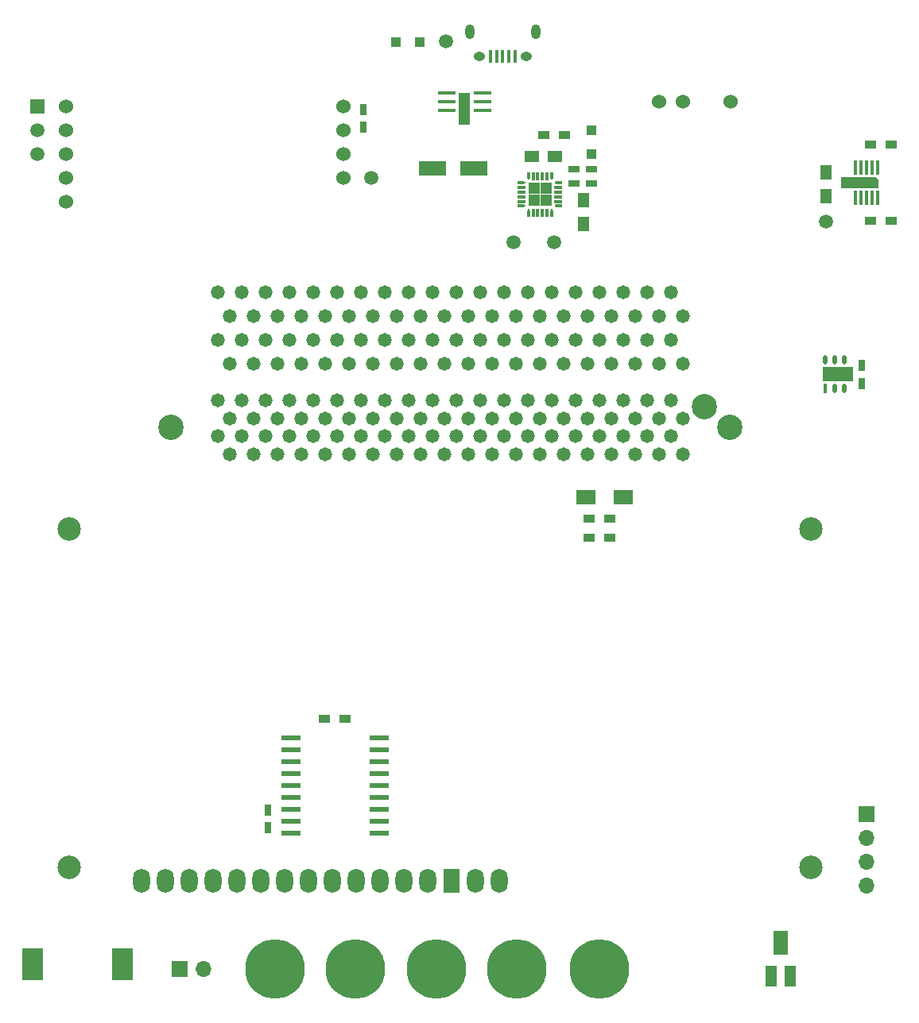
<source format=gbr>
G04 #@! TF.FileFunction,Soldermask,Top*
%FSLAX46Y46*%
G04 Gerber Fmt 4.6, Leading zero omitted, Abs format (unit mm)*
G04 Created by KiCad (PCBNEW 4.0.7) date Tue Feb 20 19:27:09 2018*
%MOMM*%
%LPD*%
G01*
G04 APERTURE LIST*
%ADD10C,0.025400*%
%ADD11C,1.524000*%
%ADD12C,2.705100*%
%ADD13C,1.473200*%
%ADD14R,2.000000X1.600000*%
%ADD15R,0.400000X1.350000*%
%ADD16O,1.250000X0.950000*%
%ADD17O,1.000000X1.550000*%
%ADD18O,1.800000X2.600000*%
%ADD19C,2.500000*%
%ADD20R,1.800000X2.600000*%
%ADD21R,1.500000X1.250000*%
%ADD22R,1.200000X0.750000*%
%ADD23R,1.250000X1.500000*%
%ADD24R,0.750000X1.200000*%
%ADD25R,1.000000X1.000000*%
%ADD26C,1.500000*%
%ADD27R,1.500000X1.500000*%
%ADD28R,1.200000X0.900000*%
%ADD29R,1.600000X2.500000*%
%ADD30R,1.200000X2.200000*%
%ADD31R,2.000000X0.600000*%
%ADD32R,0.450000X1.000000*%
%ADD33R,3.250000X1.600000*%
%ADD34O,0.450000X1.000000*%
%ADD35R,2.200000X3.400000*%
%ADD36R,1.300000X3.500000*%
%ADD37R,1.950000X0.400000*%
%ADD38R,3.700000X1.200000*%
%ADD39R,0.400000X1.600000*%
%ADD40R,0.300000X0.900000*%
%ADD41R,3.000000X1.600000*%
%ADD42R,0.700000X0.300000*%
%ADD43R,0.850000X0.300000*%
%ADD44R,0.300000X0.700000*%
%ADD45R,0.300000X0.850000*%
%ADD46R,1.300000X1.300000*%
%ADD47C,0.300000*%
%ADD48R,1.700000X1.700000*%
%ADD49O,1.700000X1.700000*%
%ADD50C,6.350000*%
G04 APERTURE END LIST*
D10*
D11*
X166370000Y-39370000D03*
X168910000Y-39370000D03*
X173990000Y-39370000D03*
D12*
X114350800Y-74091800D03*
X173888400Y-74091800D03*
D13*
X119380000Y-71247000D03*
X119380000Y-75057000D03*
D12*
X171196000Y-71882000D03*
D13*
X121920000Y-71247000D03*
X124460000Y-71247000D03*
X127000000Y-71247000D03*
X129540000Y-71247000D03*
X132080000Y-71247000D03*
X134620000Y-71247000D03*
X137160000Y-71247000D03*
X139700000Y-71247000D03*
X142240000Y-71247000D03*
X144780000Y-71247000D03*
X147320000Y-71247000D03*
X149860000Y-71247000D03*
X152400000Y-71247000D03*
X154940000Y-71247000D03*
X157480000Y-71247000D03*
X160020000Y-71247000D03*
X162560000Y-71247000D03*
X165100000Y-71247000D03*
X167640000Y-71247000D03*
X120650000Y-73152000D03*
X123190000Y-73152000D03*
X125730000Y-73152000D03*
X128270000Y-73152000D03*
X130810000Y-73152000D03*
X133350000Y-73152000D03*
X135890000Y-73152000D03*
X138430000Y-73152000D03*
X140970000Y-73152000D03*
X143510000Y-73152000D03*
X146050000Y-73152000D03*
X148590000Y-73152000D03*
X151130000Y-73152000D03*
X153670000Y-73152000D03*
X156210000Y-73152000D03*
X158750000Y-73152000D03*
X161290000Y-73152000D03*
X163830000Y-73152000D03*
X166370000Y-73152000D03*
X168910000Y-73152000D03*
X121920000Y-75057000D03*
X124460000Y-75057000D03*
X127000000Y-75057000D03*
X129540000Y-75057000D03*
X132080000Y-75057000D03*
X134620000Y-75057000D03*
X137160000Y-75057000D03*
X139700000Y-75057000D03*
X142240000Y-75057000D03*
X144780000Y-75057000D03*
X147320000Y-75057000D03*
X149860000Y-75057000D03*
X152400000Y-75057000D03*
X154940000Y-75057000D03*
X157480000Y-75057000D03*
X160020000Y-75057000D03*
X162560000Y-75057000D03*
X165100000Y-75057000D03*
X167640000Y-75057000D03*
X120650000Y-76962000D03*
X123190000Y-76962000D03*
X125730000Y-76962000D03*
X128270000Y-76962000D03*
X130810000Y-76962000D03*
X133350000Y-76962000D03*
X135890000Y-76962000D03*
X138430000Y-76962000D03*
X140970000Y-76962000D03*
X143510000Y-76962000D03*
X146050000Y-76962000D03*
X148590000Y-76962000D03*
X151130000Y-76962000D03*
X153670000Y-76962000D03*
X156210000Y-76962000D03*
X158750000Y-76962000D03*
X161290000Y-76962000D03*
X163830000Y-76962000D03*
X166370000Y-76962000D03*
X168910000Y-76962000D03*
D14*
X158528000Y-81534000D03*
X162528000Y-81534000D03*
D15*
X151007600Y-34598600D03*
X150357600Y-34598600D03*
X149707600Y-34598600D03*
X149057600Y-34598600D03*
X148407600Y-34598600D03*
D16*
X152207600Y-34598600D03*
X147207600Y-34598600D03*
D17*
X153207600Y-31898600D03*
X146207600Y-31898600D03*
D18*
X111252001Y-122428000D03*
D19*
X103552001Y-120968000D03*
X182552001Y-84968000D03*
X182552001Y-120968000D03*
D18*
X113792001Y-122428000D03*
X116332001Y-122428000D03*
X118872001Y-122428000D03*
X121412001Y-122428000D03*
X123952001Y-122428000D03*
X126492001Y-122428000D03*
X129032001Y-122428000D03*
X131572001Y-122428000D03*
X134112001Y-122428000D03*
X136652001Y-122428000D03*
X139192001Y-122428000D03*
X141732001Y-122428000D03*
D20*
X144272001Y-122428000D03*
D18*
X146812001Y-122428000D03*
X149352001Y-122428000D03*
D19*
X103552001Y-84968000D03*
D21*
X155301000Y-45212000D03*
X152801000Y-45212000D03*
D22*
X157292000Y-46583600D03*
X159192000Y-46583600D03*
D23*
X158292800Y-49905601D03*
X158292800Y-52405601D03*
D22*
X157292000Y-48082201D03*
X159192000Y-48082201D03*
D24*
X124714000Y-116774000D03*
X124714000Y-114874000D03*
X134874000Y-40198000D03*
X134874000Y-42098000D03*
D23*
X184151194Y-46930644D03*
X184151194Y-49430644D03*
D24*
X187960000Y-67503000D03*
X187960000Y-69403000D03*
D25*
X159131000Y-42438000D03*
X159131000Y-44938000D03*
D26*
X184150000Y-52171600D03*
D27*
X100177599Y-39928800D03*
D28*
X154094000Y-42926000D03*
X156294000Y-42926000D03*
X158920000Y-85852000D03*
X161120000Y-85852000D03*
X158920000Y-83820000D03*
X161120000Y-83820000D03*
X130726000Y-105156000D03*
X132926000Y-105156000D03*
X191092000Y-52044600D03*
X188892000Y-52044600D03*
D29*
X179308000Y-129088000D03*
D30*
X178308000Y-132588000D03*
X180308000Y-132588000D03*
D31*
X136526000Y-117348000D03*
X136526000Y-116078000D03*
X136526000Y-114808000D03*
X136526000Y-113538000D03*
X136526000Y-112268000D03*
X136526000Y-110998000D03*
X136526000Y-109728000D03*
X136526000Y-108458000D03*
X136526000Y-107188000D03*
X127126000Y-107188000D03*
X127126000Y-108458000D03*
X127126000Y-109728000D03*
X127126000Y-110998000D03*
X127126000Y-112268000D03*
X127126000Y-113538000D03*
X127126000Y-114808000D03*
X127126000Y-116078000D03*
X127126000Y-117348000D03*
D32*
X184045000Y-69978000D03*
D33*
X185420000Y-68453000D03*
D34*
X184045000Y-66928000D03*
X185045000Y-69978000D03*
X185045000Y-66928000D03*
X186045000Y-69978000D03*
X186045000Y-66928000D03*
D25*
X138348400Y-33045400D03*
X140848400Y-33045400D03*
D35*
X99594000Y-131318000D03*
X109194000Y-131318000D03*
D26*
X143637000Y-32969200D03*
X155194000Y-54356000D03*
X150876000Y-54356000D03*
X135737600Y-47548800D03*
X100177600Y-45008800D03*
X100177600Y-42468800D03*
D36*
X145641000Y-40120000D03*
D37*
X143716000Y-38420000D03*
X143716000Y-39370000D03*
X143716000Y-40320000D03*
X147566000Y-38420000D03*
X147566000Y-39370000D03*
X147566000Y-40320000D03*
D38*
X187568000Y-48006000D03*
D39*
X189668000Y-46406000D03*
D40*
X189568000Y-48156000D03*
D10*
G36*
X189118187Y-47701200D02*
X189418000Y-47401387D01*
X189717813Y-47701200D01*
X189418000Y-48001013D01*
X189118187Y-47701200D01*
X189118187Y-47701200D01*
G37*
D39*
X189068000Y-46406000D03*
X188468000Y-46406000D03*
X187868000Y-46406000D03*
X187268000Y-46406000D03*
X189668000Y-49606000D03*
X189068000Y-49606000D03*
X188468000Y-49606000D03*
X187868000Y-49606000D03*
X187268000Y-49606000D03*
D28*
X191092000Y-43942000D03*
X188892000Y-43942000D03*
D41*
X142224400Y-46532800D03*
X146624400Y-46532800D03*
D13*
X166370000Y-67310000D03*
X167640000Y-64770000D03*
X168910000Y-67310000D03*
X149860000Y-64770000D03*
X143510000Y-67310000D03*
X146050000Y-67310000D03*
X144780000Y-64770000D03*
X147320000Y-64770000D03*
X148590000Y-67310000D03*
X151130000Y-67310000D03*
X161290000Y-67310000D03*
X160020000Y-64770000D03*
X165100000Y-64770000D03*
X162560000Y-64770000D03*
X163830000Y-67310000D03*
X157480000Y-64770000D03*
X152400000Y-64770000D03*
X154940000Y-64770000D03*
X156210000Y-67310000D03*
X153670000Y-67310000D03*
X158750000Y-67310000D03*
X137160000Y-64770000D03*
X133350000Y-67310000D03*
X134620000Y-64770000D03*
X135890000Y-67310000D03*
X138430000Y-67310000D03*
X142240000Y-64770000D03*
X139700000Y-64770000D03*
X140970000Y-67310000D03*
X125730000Y-67310000D03*
X120650000Y-67310000D03*
X121920000Y-64770000D03*
X124460000Y-64770000D03*
X123190000Y-67310000D03*
X119380000Y-64770000D03*
X128270000Y-67310000D03*
X127000000Y-64770000D03*
X129540000Y-64770000D03*
X132080000Y-64770000D03*
X130810000Y-67310000D03*
X148590000Y-62230000D03*
X149860000Y-59690000D03*
X146050000Y-62230000D03*
X147320000Y-59690000D03*
X144780000Y-59690000D03*
X161290000Y-62230000D03*
X160020000Y-59690000D03*
X162560000Y-59690000D03*
X158750000Y-62230000D03*
X163830000Y-62230000D03*
X157480000Y-59690000D03*
X151130000Y-62230000D03*
X152400000Y-59690000D03*
X154940000Y-59690000D03*
X156210000Y-62230000D03*
X153670000Y-62230000D03*
X165100000Y-59690000D03*
X166370000Y-62230000D03*
X167640000Y-59690000D03*
X168910000Y-62230000D03*
X128270000Y-62230000D03*
X127000000Y-59690000D03*
X129540000Y-59690000D03*
X125730000Y-62230000D03*
X130810000Y-62230000D03*
X137160000Y-59690000D03*
X135890000Y-62230000D03*
X134620000Y-59690000D03*
X133350000Y-62230000D03*
X132080000Y-59690000D03*
X140970000Y-62230000D03*
X142240000Y-59690000D03*
X139700000Y-59690000D03*
X138430000Y-62230000D03*
X143510000Y-62230000D03*
X124460000Y-59690000D03*
X119380000Y-59690000D03*
X120650000Y-62230000D03*
X121920000Y-59690000D03*
X123190000Y-62230000D03*
D42*
X155709999Y-50511000D03*
D43*
X155634999Y-50011000D03*
X155634999Y-49511000D03*
X155634999Y-49011000D03*
X155634999Y-48511000D03*
D42*
X155709999Y-48011000D03*
D44*
X154934999Y-47236000D03*
D45*
X154434999Y-47311000D03*
X153934999Y-47311000D03*
X153434999Y-47311000D03*
X152934999Y-47311000D03*
D44*
X152434999Y-47236000D03*
D42*
X151659999Y-48011000D03*
D43*
X151734999Y-48511000D03*
X151734999Y-49011000D03*
X151734999Y-49511000D03*
X151734999Y-50011000D03*
D42*
X151659999Y-50511000D03*
D44*
X152434999Y-51286000D03*
D45*
X152934999Y-51211000D03*
X153434999Y-51211000D03*
X153934999Y-51211000D03*
X154434999Y-51211000D03*
D44*
X154934999Y-51286000D03*
D46*
X153034999Y-48611000D03*
X153034999Y-49911000D03*
X154334999Y-48611000D03*
X154334999Y-49911000D03*
D47*
X152434999Y-50936000D03*
X152009999Y-50511000D03*
X152009999Y-48011000D03*
X152434999Y-47586000D03*
X155359999Y-48011000D03*
X154934999Y-47586000D03*
X154934999Y-50936000D03*
X155359999Y-50511000D03*
D48*
X188468000Y-115316000D03*
D49*
X188468000Y-117856000D03*
X188468000Y-120396000D03*
X188468000Y-122936000D03*
D11*
X103187599Y-50088800D03*
X132727599Y-47548800D03*
X132727599Y-45008800D03*
X132727599Y-42468800D03*
X132727599Y-39928800D03*
X103187599Y-47548800D03*
X103187599Y-45008800D03*
X103187599Y-42468800D03*
X103187599Y-39928800D03*
D48*
X115316000Y-131826000D03*
D49*
X117856000Y-131826000D03*
D50*
X125476000Y-131826000D03*
X134048500Y-131826000D03*
X142621000Y-131826000D03*
X160020000Y-131826000D03*
X151193500Y-131826000D03*
M02*

</source>
